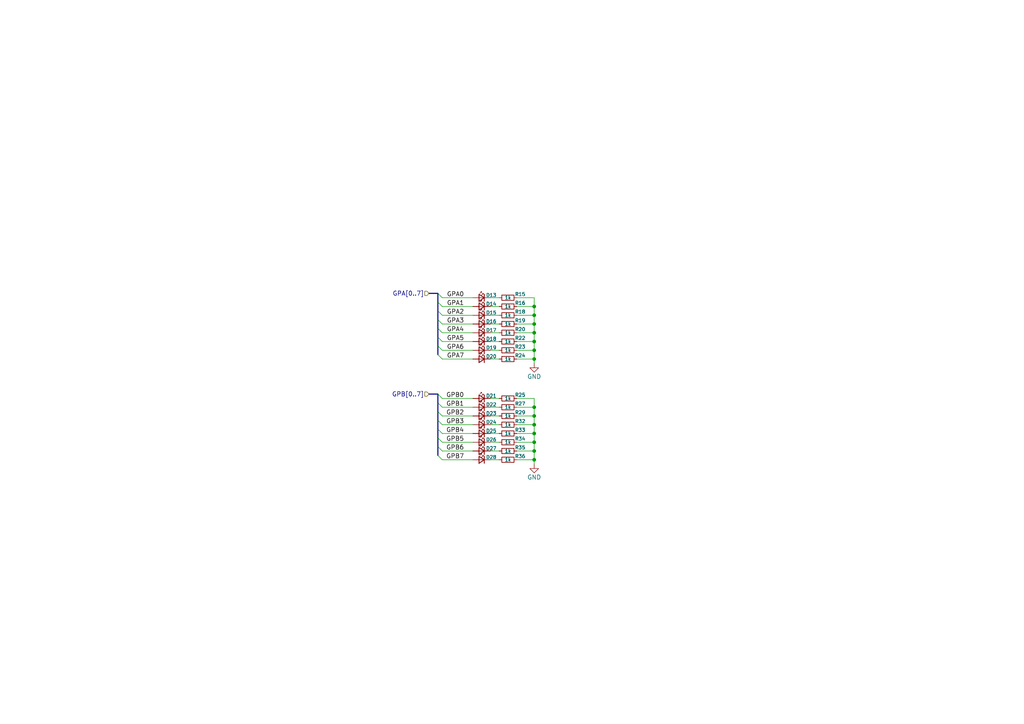
<source format=kicad_sch>
(kicad_sch (version 20250114) (generator "eeschema") (generator_version "9.0")
  (paper "A4")
  (lib_symbols
    (symbol "Device:LED_Small" (pin_numbers (hide yes)) (pin_names (offset 0.254) (hide yes))
      (property "Reference" "D" (at -1.27 3.175 0))
      (property "Value" "LED_Small" (at -4.445 -2.54 0))
      (symbol "LED_Small_0_1"
        (polyline (pts (xy -0.762 -1.016) (xy -0.762 1.016)) (stroke (width 0.254)))
        (polyline (pts (xy 0 0.762) (xy -0.508 1.27) (xy -0.254 1.27) (xy -0.508 1.27) (xy -0.508 1.016)))
        (polyline (pts (xy 0.508 1.27) (xy 0 1.778) (xy 0.254 1.778) (xy 0 1.778) (xy 0 1.524)))
        (polyline (pts (xy 0.762 -1.016) (xy -0.762 0) (xy 0.762 1.016) (xy 0.762 -1.016)) (stroke (width 0.254)))
        (polyline (pts (xy 1.016 0) (xy -0.762 0)))
      )
      (symbol "LED_Small_1_1"
        (pin passive line (at -2.54 0 0) (length 1.778) (name "K") (number "1"))
        (pin passive line (at 2.54 0 180) (length 1.778) (name "A") (number "2"))
      )
    )
    (symbol "Device:R_Small" (pin_numbers (hide yes)) (pin_names (offset 0.254) (hide yes))
      (property "Reference" "R" (at 0 0 90))
      (property "Value" "R_Small" (at 1.778 0 90))
      (symbol "R_Small_0_1"
        (rectangle (start -0.762 1.778) (end 0.762 -1.778) (stroke (width 0.2032)))
      )
      (symbol "R_Small_1_1"
        (pin passive line (at 0 2.54 270) (length 0.762) (name "~") (number "1"))
        (pin passive line (at 0 -2.54 90) (length 0.762) (name "~") (number "2"))
      )
    )
    (symbol "power:GND" (power) (pin_numbers (hide yes)) (pin_names (offset 0) (hide yes))
      (property "Value" "GND" (at 0 -3.81 0))
      (symbol "GND_0_1"
        (polyline (pts (xy 0 0) (xy 0 -1.27) (xy 1.27 -1.27) (xy 0 -2.54) (xy -1.27 -1.27) (xy 0 -1.27)))
      )
      (symbol "GND_1_1"
        (pin power_in line (at 0 0 270) (length 0) (name "~") (number "1"))
      )
    )
  )
  (junction (at 154.94 88.9))
  (junction (at 154.94 101.6))
  (junction (at 154.94 130.81))
  (junction (at 154.94 118.11))
  (junction (at 154.94 120.65))
  (junction (at 154.94 133.35))
  (junction (at 154.94 104.14))
  (junction (at 154.94 99.06))
  (junction (at 154.94 125.73))
  (junction (at 154.94 91.44))
  (junction (at 154.94 128.27))
  (junction (at 154.94 96.52))
  (junction (at 154.94 123.19))
  (junction (at 154.94 93.98))
  (bus_entry (at 127 90.17) (size 1.27 1.27))
  (bus_entry (at 127 102.87) (size 1.27 1.27))
  (bus_entry (at 127 87.63) (size 1.27 1.27))
  (bus_entry (at 127 127) (size 1.27 1.27))
  (bus_entry (at 127 129.54) (size 1.27 1.27))
  (bus_entry (at 127 124.46) (size 1.27 1.27))
  (bus_entry (at 127 132.08) (size 1.27 1.27))
  (bus_entry (at 127 114.3) (size 1.27 1.27))
  (bus_entry (at 127 97.79) (size 1.27 1.27))
  (bus_entry (at 127 85.09) (size 1.27 1.27))
  (bus_entry (at 127 95.25) (size 1.27 1.27))
  (bus_entry (at 127 92.71) (size 1.27 1.27))
  (bus_entry (at 127 100.33) (size 1.27 1.27))
  (bus_entry (at 127 119.38) (size 1.27 1.27))
  (bus_entry (at 127 116.84) (size 1.27 1.27))
  (bus_entry (at 127 121.92) (size 1.27 1.27))
  (wire (pts (xy 128.27 125.73) (xy 137.16 125.73)))
  (wire (pts (xy 154.94 88.9) (xy 154.94 91.44)))
  (wire (pts (xy 149.86 88.9) (xy 154.94 88.9)))
  (bus (pts (xy 124.46 114.3) (xy 127 114.3)))
  (wire (pts (xy 142.24 91.44) (xy 144.78 91.44)))
  (wire (pts (xy 154.94 115.57) (xy 154.94 118.11)))
  (wire (pts (xy 149.86 93.98) (xy 154.94 93.98)))
  (wire (pts (xy 142.24 104.14) (xy 144.78 104.14)))
  (wire (pts (xy 149.86 96.52) (xy 154.94 96.52)))
  (bus (pts (xy 127 100.33) (xy 127 102.87)))
  (wire (pts (xy 154.94 101.6) (xy 154.94 104.14)))
  (bus (pts (xy 127 95.25) (xy 127 97.79)))
  (wire (pts (xy 154.94 104.14) (xy 154.94 105.41)))
  (wire (pts (xy 154.94 133.35) (xy 154.94 134.62)))
  (wire (pts (xy 142.24 101.6) (xy 144.78 101.6)))
  (bus (pts (xy 127 119.38) (xy 127 121.92)))
  (wire (pts (xy 142.24 120.65) (xy 144.78 120.65)))
  (wire (pts (xy 142.24 93.98) (xy 144.78 93.98)))
  (wire (pts (xy 142.24 96.52) (xy 144.78 96.52)))
  (wire (pts (xy 128.27 115.57) (xy 137.16 115.57)))
  (wire (pts (xy 154.94 86.36) (xy 154.94 88.9)))
  (bus (pts (xy 124.46 85.09) (xy 127 85.09)))
  (wire (pts (xy 149.86 133.35) (xy 154.94 133.35)))
  (wire (pts (xy 128.27 120.65) (xy 137.16 120.65)))
  (wire (pts (xy 128.27 101.6) (xy 137.16 101.6)))
  (wire (pts (xy 128.27 133.35) (xy 137.16 133.35)))
  (wire (pts (xy 142.24 99.06) (xy 144.78 99.06)))
  (wire (pts (xy 142.24 125.73) (xy 144.78 125.73)))
  (wire (pts (xy 149.86 86.36) (xy 154.94 86.36)))
  (bus (pts (xy 127 116.84) (xy 127 119.38)))
  (wire (pts (xy 154.94 123.19) (xy 154.94 125.73)))
  (bus (pts (xy 127 114.3) (xy 127 116.84)))
  (wire (pts (xy 154.94 93.98) (xy 154.94 96.52)))
  (wire (pts (xy 128.27 130.81) (xy 137.16 130.81)))
  (wire (pts (xy 128.27 118.11) (xy 137.16 118.11)))
  (wire (pts (xy 142.24 86.36) (xy 144.78 86.36)))
  (wire (pts (xy 149.86 115.57) (xy 154.94 115.57)))
  (wire (pts (xy 149.86 99.06) (xy 154.94 99.06)))
  (wire (pts (xy 142.24 115.57) (xy 144.78 115.57)))
  (wire (pts (xy 149.86 91.44) (xy 154.94 91.44)))
  (wire (pts (xy 149.86 128.27) (xy 154.94 128.27)))
  (wire (pts (xy 154.94 96.52) (xy 154.94 99.06)))
  (wire (pts (xy 154.94 118.11) (xy 154.94 120.65)))
  (wire (pts (xy 149.86 101.6) (xy 154.94 101.6)))
  (wire (pts (xy 128.27 88.9) (xy 137.16 88.9)))
  (bus (pts (xy 127 90.17) (xy 127 92.71)))
  (wire (pts (xy 142.24 123.19) (xy 144.78 123.19)))
  (wire (pts (xy 149.86 120.65) (xy 154.94 120.65)))
  (bus (pts (xy 127 97.79) (xy 127 100.33)))
  (bus (pts (xy 127 92.71) (xy 127 95.25)))
  (bus (pts (xy 127 129.54) (xy 127 132.08)))
  (wire (pts (xy 149.86 125.73) (xy 154.94 125.73)))
  (wire (pts (xy 128.27 128.27) (xy 137.16 128.27)))
  (bus (pts (xy 127 85.09) (xy 127 87.63)))
  (wire (pts (xy 149.86 130.81) (xy 154.94 130.81)))
  (wire (pts (xy 142.24 128.27) (xy 144.78 128.27)))
  (wire (pts (xy 128.27 91.44) (xy 137.16 91.44)))
  (wire (pts (xy 128.27 96.52) (xy 137.16 96.52)))
  (bus (pts (xy 127 127) (xy 127 129.54)))
  (bus (pts (xy 127 124.46) (xy 127 127)))
  (wire (pts (xy 142.24 130.81) (xy 144.78 130.81)))
  (wire (pts (xy 154.94 99.06) (xy 154.94 101.6)))
  (wire (pts (xy 128.27 104.14) (xy 137.16 104.14)))
  (wire (pts (xy 128.27 86.36) (xy 137.16 86.36)))
  (wire (pts (xy 154.94 120.65) (xy 154.94 123.19)))
  (wire (pts (xy 149.86 104.14) (xy 154.94 104.14)))
  (wire (pts (xy 142.24 133.35) (xy 144.78 133.35)))
  (wire (pts (xy 128.27 99.06) (xy 137.16 99.06)))
  (wire (pts (xy 142.24 118.11) (xy 144.78 118.11)))
  (wire (pts (xy 154.94 130.81) (xy 154.94 133.35)))
  (wire (pts (xy 149.86 123.19) (xy 154.94 123.19)))
  (bus (pts (xy 127 121.92) (xy 127 124.46)))
  (wire (pts (xy 149.86 118.11) (xy 154.94 118.11)))
  (wire (pts (xy 128.27 123.19) (xy 137.16 123.19)))
  (wire (pts (xy 142.24 88.9) (xy 144.78 88.9)))
  (wire (pts (xy 154.94 91.44) (xy 154.94 93.98)))
  (wire (pts (xy 154.94 128.27) (xy 154.94 130.81)))
  (wire (pts (xy 128.27 93.98) (xy 137.16 93.98)))
  (wire (pts (xy 154.94 125.73) (xy 154.94 128.27)))
  (bus (pts (xy 127 87.63) (xy 127 90.17)))
  (label "GPB1" (at 134.62 118.11 180))
  (label "GPB2" (at 134.62 120.65 180))
  (label "GPB5" (at 134.62 128.27 180))
  (label "GPB3" (at 134.62 123.19 180))
  (label "GPB7" (at 134.62 133.35 180))
  (label "GPB4" (at 134.62 125.73 180))
  (label "GPA0" (at 134.62 86.36 180))
  (label "GPB0" (at 134.62 115.57 180))
  (label "GPA7" (at 134.62 104.14 180))
  (label "GPA2" (at 134.62 91.44 180))
  (label "GPA3" (at 134.62 93.98 180))
  (label "GPA5" (at 134.62 99.06 180))
  (label "GPA4" (at 134.62 96.52 180))
  (label "GPA6" (at 134.62 101.6 180))
  (label "GPA1" (at 134.62 88.9 180))
  (label "GPB6" (at 134.62 130.81 180))
  (hierarchical_label "GPA[0..7]" (shape input) (at 124.46 85.09 180))
  (hierarchical_label "GPB[0..7]" (shape input) (at 124.46 114.3 180))
  (symbol (lib_id "Device:LED_Small") (at 139.7 118.11 0) (mirror y) (unit 1)
    (property "Reference" "D22" (at 142.494 117.348 0) (effects (font (size 1 1))))
    (property "Value" "LED_Small" (effects (hide yes)))
    (property "Footprint" "LED_SMD:LED_0805_2012Metric" (effects (hide yes)))
    (property "Description" "Light emitting diode, small symbol" (effects (hide yes)))
    (property "Sim.Pin" "1=K 2=A" (effects (hide yes)))
  )
  (symbol (lib_id "Device:LED_Small") (at 139.7 133.35 0) (mirror y) (unit 1)
    (property "Reference" "D28" (at 142.494 132.588 0) (effects (font (size 1 1))))
    (property "Value" "LED_Small" (effects (hide yes)))
    (property "Footprint" "LED_SMD:LED_0805_2012Metric" (effects (hide yes)))
    (property "Description" "Light emitting diode, small symbol" (effects (hide yes)))
    (property "Sim.Pin" "1=K 2=A" (effects (hide yes)))
  )
  (symbol (lib_id "power:GND") (at 154.94 134.62 0) (unit 1)
    (property "Reference" "#PWR013" (effects (hide yes)))
    (property "Value" "GND" (at 154.94 138.43 0))
    (property "Description" "Power symbol creates a global label with name \"GND\" , ground" (effects (hide yes)))
  )
  (symbol (lib_id "Device:R_Small") (at 147.32 120.65 90) (unit 1)
    (property "Reference" "R29" (at 150.876 119.634 90) (effects (font (size 1 1))))
    (property "Value" "1k" (at 147.32 120.65 90) (effects (font (size 1 1))))
    (property "Footprint" "Resistor_SMD:R_0805_2012Metric" (effects (hide yes)))
    (property "Description" "Resistor, small symbol" (effects (hide yes)))
  )
  (symbol (lib_id "Device:R_Small") (at 147.32 101.6 90) (unit 1)
    (property "Reference" "R23" (at 150.876 100.584 90) (effects (font (size 1 1))))
    (property "Value" "1k" (at 147.32 101.6 90) (effects (font (size 1 1))))
    (property "Footprint" "Resistor_SMD:R_0805_2012Metric" (effects (hide yes)))
    (property "Description" "Resistor, small symbol" (effects (hide yes)))
  )
  (symbol (lib_id "Device:R_Small") (at 147.32 104.14 90) (unit 1)
    (property "Reference" "R24" (at 150.876 103.124 90) (effects (font (size 1 1))))
    (property "Value" "1k" (at 147.32 104.14 90) (effects (font (size 1 1))))
    (property "Footprint" "Resistor_SMD:R_0805_2012Metric" (effects (hide yes)))
    (property "Description" "Resistor, small symbol" (effects (hide yes)))
  )
  (symbol (lib_id "Device:R_Small") (at 147.32 133.35 90) (unit 1)
    (property "Reference" "R36" (at 150.876 132.334 90) (effects (font (size 1 1))))
    (property "Value" "1k" (at 147.32 133.35 90) (effects (font (size 1 1))))
    (property "Footprint" "Resistor_SMD:R_0805_2012Metric" (effects (hide yes)))
    (property "Description" "Resistor, small symbol" (effects (hide yes)))
  )
  (symbol (lib_id "Device:R_Small") (at 147.32 115.57 90) (unit 1)
    (property "Reference" "R25" (at 150.876 114.554 90) (effects (font (size 1 1))))
    (property "Value" "1k" (at 147.32 115.57 90) (effects (font (size 1 1))))
    (property "Footprint" "Resistor_SMD:R_0805_2012Metric" (effects (hide yes)))
    (property "Description" "Resistor, small symbol" (effects (hide yes)))
  )
  (symbol (lib_id "Device:LED_Small") (at 139.7 125.73 0) (mirror y) (unit 1)
    (property "Reference" "D25" (at 142.494 124.968 0) (effects (font (size 1 1))))
    (property "Value" "LED_Small" (effects (hide yes)))
    (property "Footprint" "LED_SMD:LED_0805_2012Metric" (effects (hide yes)))
    (property "Description" "Light emitting diode, small symbol" (effects (hide yes)))
    (property "Sim.Pin" "1=K 2=A" (effects (hide yes)))
  )
  (symbol (lib_id "Device:LED_Small") (at 139.7 96.52 0) (mirror y) (unit 1)
    (property "Reference" "D17" (at 142.494 95.758 0) (effects (font (size 1 1))))
    (property "Value" "LED_Small" (effects (hide yes)))
    (property "Footprint" "LED_SMD:LED_0805_2012Metric" (effects (hide yes)))
    (property "Description" "Light emitting diode, small symbol" (effects (hide yes)))
    (property "Sim.Pin" "1=K 2=A" (effects (hide yes)))
  )
  (symbol (lib_id "Device:LED_Small") (at 139.7 115.57 0) (mirror y) (unit 1)
    (property "Reference" "D21" (at 142.494 114.808 0) (effects (font (size 1 1))))
    (property "Value" "LED_Small" (effects (hide yes)))
    (property "Footprint" "LED_SMD:LED_0805_2012Metric" (effects (hide yes)))
    (property "Description" "Light emitting diode, small symbol" (effects (hide yes)))
    (property "Sim.Pin" "1=K 2=A" (effects (hide yes)))
  )
  (symbol (lib_id "Device:R_Small") (at 147.32 88.9 90) (unit 1)
    (property "Reference" "R16" (at 150.876 87.884 90) (effects (font (size 1 1))))
    (property "Value" "1k" (at 147.32 88.9 90) (effects (font (size 1 1))))
    (property "Footprint" "Resistor_SMD:R_0805_2012Metric" (effects (hide yes)))
    (property "Description" "Resistor, small symbol" (effects (hide yes)))
  )
  (symbol (lib_id "Device:R_Small") (at 147.32 93.98 90) (unit 1)
    (property "Reference" "R19" (at 150.876 92.964 90) (effects (font (size 1 1))))
    (property "Value" "1k" (at 147.32 93.98 90) (effects (font (size 1 1))))
    (property "Footprint" "Resistor_SMD:R_0805_2012Metric" (effects (hide yes)))
    (property "Description" "Resistor, small symbol" (effects (hide yes)))
  )
  (symbol (lib_id "Device:LED_Small") (at 139.7 91.44 0) (mirror y) (unit 1)
    (property "Reference" "D15" (at 142.494 90.678 0) (effects (font (size 1 1))))
    (property "Value" "LED_Small" (effects (hide yes)))
    (property "Footprint" "LED_SMD:LED_0805_2012Metric" (effects (hide yes)))
    (property "Description" "Light emitting diode, small symbol" (effects (hide yes)))
    (property "Sim.Pin" "1=K 2=A" (effects (hide yes)))
  )
  (symbol (lib_id "Device:R_Small") (at 147.32 99.06 90) (unit 1)
    (property "Reference" "R22" (at 150.876 98.044 90) (effects (font (size 1 1))))
    (property "Value" "1k" (at 147.32 99.06 90) (effects (font (size 1 1))))
    (property "Footprint" "Resistor_SMD:R_0805_2012Metric" (effects (hide yes)))
    (property "Description" "Resistor, small symbol" (effects (hide yes)))
  )
  (symbol (lib_id "Device:R_Small") (at 147.32 96.52 90) (unit 1)
    (property "Reference" "R20" (at 150.876 95.504 90) (effects (font (size 1 1))))
    (property "Value" "1k" (at 147.32 96.52 90) (effects (font (size 1 1))))
    (property "Footprint" "Resistor_SMD:R_0805_2012Metric" (effects (hide yes)))
    (property "Description" "Resistor, small symbol" (effects (hide yes)))
  )
  (symbol (lib_id "Device:R_Small") (at 147.32 91.44 90) (unit 1)
    (property "Reference" "R18" (at 150.876 90.424 90) (effects (font (size 1 1))))
    (property "Value" "1k" (at 147.32 91.44 90) (effects (font (size 1 1))))
    (property "Footprint" "Resistor_SMD:R_0805_2012Metric" (effects (hide yes)))
    (property "Description" "Resistor, small symbol" (effects (hide yes)))
  )
  (symbol (lib_id "Device:LED_Small") (at 139.7 86.36 0) (mirror y) (unit 1)
    (property "Reference" "D13" (at 142.494 85.598 0) (effects (font (size 1 1))))
    (property "Value" "LED_Small" (effects (hide yes)))
    (property "Footprint" "LED_SMD:LED_0805_2012Metric" (effects (hide yes)))
    (property "Description" "Light emitting diode, small symbol" (effects (hide yes)))
    (property "Sim.Pin" "1=K 2=A" (effects (hide yes)))
  )
  (symbol (lib_id "Device:LED_Small") (at 139.7 99.06 0) (mirror y) (unit 1)
    (property "Reference" "D18" (at 142.494 98.298 0) (effects (font (size 1 1))))
    (property "Value" "LED_Small" (effects (hide yes)))
    (property "Footprint" "LED_SMD:LED_0805_2012Metric" (effects (hide yes)))
    (property "Description" "Light emitting diode, small symbol" (effects (hide yes)))
    (property "Sim.Pin" "1=K 2=A" (effects (hide yes)))
  )
  (symbol (lib_id "Device:LED_Small") (at 139.7 128.27 0) (mirror y) (unit 1)
    (property "Reference" "D26" (at 142.494 127.508 0) (effects (font (size 1 1))))
    (property "Value" "LED_Small" (effects (hide yes)))
    (property "Footprint" "LED_SMD:LED_0805_2012Metric" (effects (hide yes)))
    (property "Description" "Light emitting diode, small symbol" (effects (hide yes)))
    (property "Sim.Pin" "1=K 2=A" (effects (hide yes)))
  )
  (symbol (lib_id "Device:LED_Small") (at 139.7 123.19 0) (mirror y) (unit 1)
    (property "Reference" "D24" (at 142.494 122.428 0) (effects (font (size 1 1))))
    (property "Value" "LED_Small" (effects (hide yes)))
    (property "Footprint" "LED_SMD:LED_0805_2012Metric" (effects (hide yes)))
    (property "Description" "Light emitting diode, small symbol" (effects (hide yes)))
    (property "Sim.Pin" "1=K 2=A" (effects (hide yes)))
  )
  (symbol (lib_id "Device:LED_Small") (at 139.7 120.65 0) (mirror y) (unit 1)
    (property "Reference" "D23" (at 142.494 119.888 0) (effects (font (size 1 1))))
    (property "Value" "LED_Small" (effects (hide yes)))
    (property "Footprint" "LED_SMD:LED_0805_2012Metric" (effects (hide yes)))
    (property "Description" "Light emitting diode, small symbol" (effects (hide yes)))
    (property "Sim.Pin" "1=K 2=A" (effects (hide yes)))
  )
  (symbol (lib_id "Device:R_Small") (at 147.32 123.19 90) (unit 1)
    (property "Reference" "R32" (at 150.876 122.174 90) (effects (font (size 1 1))))
    (property "Value" "1k" (at 147.32 123.19 90) (effects (font (size 1 1))))
    (property "Footprint" "Resistor_SMD:R_0805_2012Metric" (effects (hide yes)))
    (property "Description" "Resistor, small symbol" (effects (hide yes)))
  )
  (symbol (lib_id "Device:LED_Small") (at 139.7 101.6 0) (mirror y) (unit 1)
    (property "Reference" "D19" (at 142.494 100.838 0) (effects (font (size 1 1))))
    (property "Value" "LED_Small" (effects (hide yes)))
    (property "Footprint" "LED_SMD:LED_0805_2012Metric" (effects (hide yes)))
    (property "Description" "Light emitting diode, small symbol" (effects (hide yes)))
    (property "Sim.Pin" "1=K 2=A" (effects (hide yes)))
  )
  (symbol (lib_id "power:GND") (at 154.94 105.41 0) (unit 1)
    (property "Reference" "#PWR08" (effects (hide yes)))
    (property "Value" "GND" (at 154.94 109.22 0))
    (property "Description" "Power symbol creates a global label with name \"GND\" , ground" (effects (hide yes)))
  )
  (symbol (lib_id "Device:R_Small") (at 147.32 118.11 90) (unit 1)
    (property "Reference" "R27" (at 150.876 117.094 90) (effects (font (size 1 1))))
    (property "Value" "1k" (at 147.32 118.11 90) (effects (font (size 1 1))))
    (property "Footprint" "Resistor_SMD:R_0805_2012Metric" (effects (hide yes)))
    (property "Description" "Resistor, small symbol" (effects (hide yes)))
  )
  (symbol (lib_id "Device:LED_Small") (at 139.7 130.81 0) (mirror y) (unit 1)
    (property "Reference" "D27" (at 142.494 130.048 0) (effects (font (size 1 1))))
    (property "Value" "LED_Small" (effects (hide yes)))
    (property "Footprint" "LED_SMD:LED_0805_2012Metric" (effects (hide yes)))
    (property "Description" "Light emitting diode, small symbol" (effects (hide yes)))
    (property "Sim.Pin" "1=K 2=A" (effects (hide yes)))
  )
  (symbol (lib_id "Device:R_Small") (at 147.32 130.81 90) (unit 1)
    (property "Reference" "R35" (at 150.876 129.794 90) (effects (font (size 1 1))))
    (property "Value" "1k" (at 147.32 130.81 90) (effects (font (size 1 1))))
    (property "Footprint" "Resistor_SMD:R_0805_2012Metric" (effects (hide yes)))
    (property "Description" "Resistor, small symbol" (effects (hide yes)))
  )
  (symbol (lib_id "Device:R_Small") (at 147.32 125.73 90) (unit 1)
    (property "Reference" "R33" (at 150.876 124.714 90) (effects (font (size 1 1))))
    (property "Value" "1k" (at 147.32 125.73 90) (effects (font (size 1 1))))
    (property "Footprint" "Resistor_SMD:R_0805_2012Metric" (effects (hide yes)))
    (property "Description" "Resistor, small symbol" (effects (hide yes)))
  )
  (symbol (lib_id "Device:LED_Small") (at 139.7 93.98 0) (mirror y) (unit 1)
    (property "Reference" "D16" (at 142.494 93.218 0) (effects (font (size 1 1))))
    (property "Value" "LED_Small" (effects (hide yes)))
    (property "Footprint" "LED_SMD:LED_0805_2012Metric" (effects (hide yes)))
    (property "Description" "Light emitting diode, small symbol" (effects (hide yes)))
    (property "Sim.Pin" "1=K 2=A" (effects (hide yes)))
  )
  (symbol (lib_id "Device:R_Small") (at 147.32 86.36 90) (unit 1)
    (property "Reference" "R15" (at 150.876 85.344 90) (effects (font (size 1 1))))
    (property "Value" "1k" (at 147.32 86.36 90) (effects (font (size 1 1))))
    (property "Footprint" "Resistor_SMD:R_0805_2012Metric" (effects (hide yes)))
    (property "Description" "Resistor, small symbol" (effects (hide yes)))
  )
  (symbol (lib_id "Device:R_Small") (at 147.32 128.27 90) (unit 1)
    (property "Reference" "R34" (at 150.876 127.254 90) (effects (font (size 1 1))))
    (property "Value" "1k" (at 147.32 128.27 90) (effects (font (size 1 1))))
    (property "Footprint" "Resistor_SMD:R_0805_2012Metric" (effects (hide yes)))
    (property "Description" "Resistor, small symbol" (effects (hide yes)))
  )
  (symbol (lib_id "Device:LED_Small") (at 139.7 104.14 0) (mirror y) (unit 1)
    (property "Reference" "D20" (at 142.494 103.378 0) (effects (font (size 1 1))))
    (property "Value" "LED_Small" (effects (hide yes)))
    (property "Footprint" "LED_SMD:LED_0805_2012Metric" (effects (hide yes)))
    (property "Description" "Light emitting diode, small symbol" (effects (hide yes)))
    (property "Sim.Pin" "1=K 2=A" (effects (hide yes)))
  )
  (symbol (lib_id "Device:LED_Small") (at 139.7 88.9 0) (mirror y) (unit 1)
    (property "Reference" "D14" (at 142.494 88.138 0) (effects (font (size 1 1))))
    (property "Value" "LED_Small" (effects (hide yes)))
    (property "Footprint" "LED_SMD:LED_0805_2012Metric" (effects (hide yes)))
    (property "Description" "Light emitting diode, small symbol" (effects (hide yes)))
    (property "Sim.Pin" "1=K 2=A" (effects (hide yes)))
  )
)
</source>
